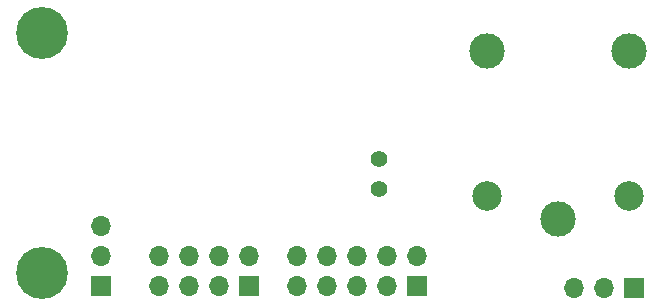
<source format=gbr>
%TF.GenerationSoftware,KiCad,Pcbnew,(6.0.7)*%
%TF.CreationDate,2022-09-05T20:23:25-07:00*%
%TF.ProjectId,EB4,4542342e-6b69-4636-9164-5f7063625858,rev?*%
%TF.SameCoordinates,Original*%
%TF.FileFunction,Soldermask,Bot*%
%TF.FilePolarity,Negative*%
%FSLAX46Y46*%
G04 Gerber Fmt 4.6, Leading zero omitted, Abs format (unit mm)*
G04 Created by KiCad (PCBNEW (6.0.7)) date 2022-09-05 20:23:25*
%MOMM*%
%LPD*%
G01*
G04 APERTURE LIST*
%ADD10R,1.700000X1.700000*%
%ADD11O,1.700000X1.700000*%
%ADD12C,0.700000*%
%ADD13C,4.400000*%
%ADD14C,3.000000*%
%ADD15C,2.500000*%
%ADD16C,1.400000*%
G04 APERTURE END LIST*
D10*
%TO.C,J1*%
X71412500Y-88123000D03*
D11*
X71412500Y-85583000D03*
X71412500Y-83043000D03*
%TD*%
D12*
%TO.C,REF\u002A\u002A*%
X67524226Y-88161726D03*
X65190774Y-88161726D03*
X65190774Y-85828274D03*
X64707500Y-86995000D03*
D13*
X66357500Y-86995000D03*
D12*
X66357500Y-85345000D03*
X66357500Y-88645000D03*
X67524226Y-85828274D03*
X68007500Y-86995000D03*
%TD*%
%TO.C,REF\u002A\u002A*%
X64707500Y-66675000D03*
X68007500Y-66675000D03*
X66357500Y-68325000D03*
X65190774Y-67841726D03*
X66357500Y-65025000D03*
D13*
X66357500Y-66675000D03*
D12*
X67524226Y-67841726D03*
X67524226Y-65508274D03*
X65190774Y-65508274D03*
%TD*%
D10*
%TO.C,J2*%
X98107500Y-88158000D03*
D11*
X98107500Y-85618000D03*
X95567500Y-88158000D03*
X95567500Y-85618000D03*
X93027500Y-88158000D03*
X93027500Y-85618000D03*
X90487500Y-88158000D03*
X90487500Y-85618000D03*
X87947500Y-88158000D03*
X87947500Y-85618000D03*
%TD*%
D14*
%TO.C,K1*%
X110045500Y-82414000D03*
D15*
X116095500Y-80464000D03*
D14*
X116095500Y-68264000D03*
X104045500Y-68214000D03*
D15*
X104095500Y-80464000D03*
%TD*%
D10*
%TO.C,J3*%
X83883500Y-88138000D03*
D11*
X83883500Y-85598000D03*
X81343500Y-88138000D03*
X81343500Y-85598000D03*
X78803500Y-88138000D03*
X78803500Y-85598000D03*
X76263500Y-88138000D03*
X76263500Y-85598000D03*
%TD*%
D10*
%TO.C,J4*%
X116507500Y-88290000D03*
D11*
X113967500Y-88290000D03*
X111427500Y-88290000D03*
%TD*%
D16*
%TO.C,JP1*%
X94932500Y-77363000D03*
X94932500Y-79903000D03*
%TD*%
M02*

</source>
